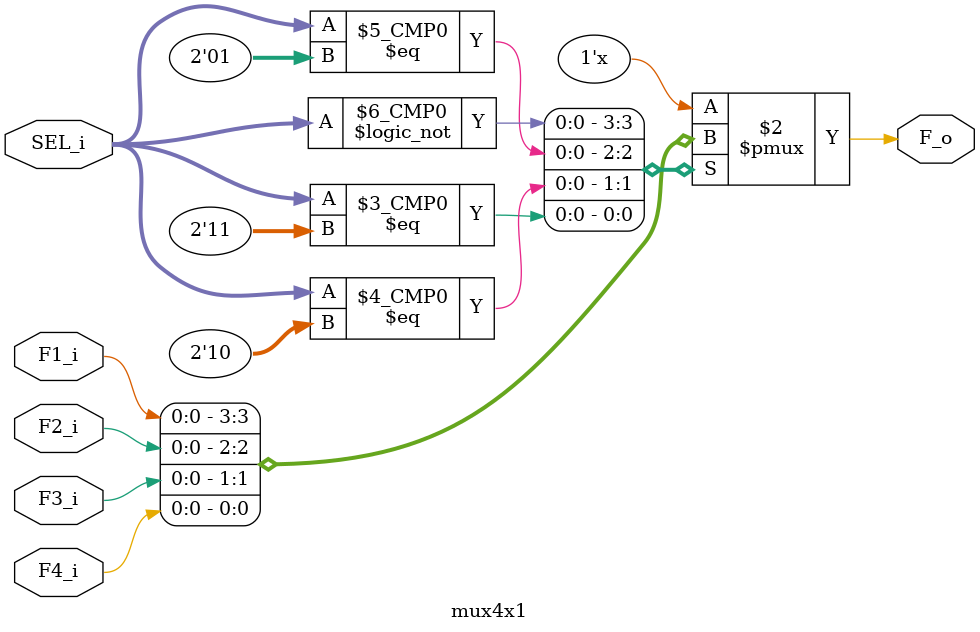
<source format=v>
module mux4x1
(
	F1_i,
	F2_i,
	F3_i,
	F4_i,
	SEL_i,
	F_o
);

localparam SEL = 2;

input wire F1_i;
input wire F2_i;
input wire F3_i;
input wire F4_i;
input wire [SEL-1:0]SEL_i;
output reg F_o;
	
always @(F1_i or F2_i or F3_i or F4_i or SEL_i)
begin
	case (SEL_i)
		2'b00: begin
			F_o <= F1_i;
		end	
		2'b01: begin
			F_o <= F2_i;
		end	
		2'b10: begin
			F_o <= F3_i;
		end	
		2'b11: begin
			F_o <= F4_i;
		end
	endcase
end
	

endmodule

</source>
